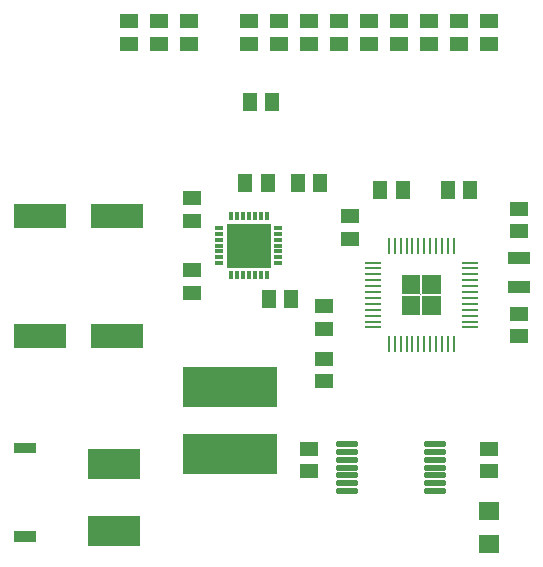
<source format=gbp>
G04*
G04 #@! TF.GenerationSoftware,Altium Limited,Altium Designer,19.1.8 (144)*
G04*
G04 Layer_Color=128*
%FSLAX25Y25*%
%MOIN*%
G70*
G01*
G75*
%ADD18R,0.05118X0.05906*%
%ADD19R,0.05906X0.05118*%
%ADD59R,0.07087X0.06299*%
%ADD60R,0.17717X0.09843*%
%ADD61R,0.31496X0.13780*%
%ADD62R,0.05800X0.01100*%
%ADD63R,0.01100X0.05800*%
G04:AMPARAMS|DCode=65|XSize=17.72mil|YSize=72.84mil|CornerRadius=1.95mil|HoleSize=0mil|Usage=FLASHONLY|Rotation=90.000|XOffset=0mil|YOffset=0mil|HoleType=Round|Shape=RoundedRectangle|*
%AMROUNDEDRECTD65*
21,1,0.01772,0.06894,0,0,90.0*
21,1,0.01382,0.07284,0,0,90.0*
1,1,0.00390,0.03447,0.00691*
1,1,0.00390,0.03447,-0.00691*
1,1,0.00390,-0.03447,-0.00691*
1,1,0.00390,-0.03447,0.00691*
%
%ADD65ROUNDEDRECTD65*%
%ADD66R,0.07480X0.04331*%
%ADD67R,0.17717X0.07874*%
%ADD68R,0.01181X0.03150*%
%ADD69R,0.03150X0.01181*%
%ADD70R,0.14961X0.14961*%
%ADD86R,0.00100X0.00100*%
G36*
X144006Y97919D02*
X137894D01*
Y104031D01*
X144006D01*
Y97919D01*
D02*
G37*
G36*
X137106D02*
X130994D01*
Y104031D01*
X137106D01*
Y97919D01*
D02*
G37*
G36*
X144006Y91019D02*
X137894D01*
Y97131D01*
X144006D01*
Y91019D01*
D02*
G37*
G36*
X137106D02*
X130994D01*
Y97131D01*
X137106D01*
Y91019D01*
D02*
G37*
G36*
X9209Y44774D02*
X1721D01*
Y48251D01*
X9209D01*
Y44774D01*
D02*
G37*
G36*
Y15345D02*
X1722D01*
Y18769D01*
X9209D01*
Y15345D01*
D02*
G37*
D18*
X86620Y96225D02*
D03*
X94100D02*
D03*
X80260Y162025D02*
D03*
X87740D02*
D03*
X86240Y135025D02*
D03*
X78760D02*
D03*
X96260D02*
D03*
X103740D02*
D03*
X131240Y132525D02*
D03*
X123760D02*
D03*
X153740D02*
D03*
X146260D02*
D03*
D19*
X120000Y188765D02*
D03*
Y181285D02*
D03*
X40000D02*
D03*
Y188765D02*
D03*
X160000D02*
D03*
Y181285D02*
D03*
X105000Y86285D02*
D03*
Y93765D02*
D03*
Y76265D02*
D03*
Y68785D02*
D03*
X113800Y116285D02*
D03*
Y123765D02*
D03*
X170000Y126265D02*
D03*
Y118785D02*
D03*
Y83785D02*
D03*
Y91265D02*
D03*
X160000Y46265D02*
D03*
Y38785D02*
D03*
X100000D02*
D03*
Y46265D02*
D03*
X61000Y98285D02*
D03*
Y105765D02*
D03*
Y129765D02*
D03*
Y122285D02*
D03*
X100000Y188765D02*
D03*
Y181285D02*
D03*
X150000Y188765D02*
D03*
Y181285D02*
D03*
X130000Y188765D02*
D03*
Y181285D02*
D03*
X110000D02*
D03*
Y188765D02*
D03*
X140000Y181285D02*
D03*
Y188765D02*
D03*
X90000Y181285D02*
D03*
Y188765D02*
D03*
X80000D02*
D03*
Y181285D02*
D03*
X50000Y188765D02*
D03*
Y181285D02*
D03*
X60000D02*
D03*
Y188765D02*
D03*
D59*
X160000Y25537D02*
D03*
Y14513D02*
D03*
D60*
X35000Y41142D02*
D03*
Y18898D02*
D03*
D61*
X73600Y66929D02*
D03*
Y44488D02*
D03*
D62*
X153700Y108352D02*
D03*
Y106383D02*
D03*
Y104415D02*
D03*
Y102446D02*
D03*
Y100478D02*
D03*
Y98509D02*
D03*
Y96541D02*
D03*
Y94572D02*
D03*
Y92604D02*
D03*
Y90635D02*
D03*
Y88667D02*
D03*
Y86698D02*
D03*
X121300D02*
D03*
Y88667D02*
D03*
Y90635D02*
D03*
Y92604D02*
D03*
Y94572D02*
D03*
Y96541D02*
D03*
Y98509D02*
D03*
Y100478D02*
D03*
Y102446D02*
D03*
Y104415D02*
D03*
Y106383D02*
D03*
Y108352D02*
D03*
D63*
X148327Y81325D02*
D03*
X146358D02*
D03*
X144390D02*
D03*
X142421D02*
D03*
X140453D02*
D03*
X138484D02*
D03*
X136516D02*
D03*
X134547D02*
D03*
X132579D02*
D03*
X130610D02*
D03*
X128642D02*
D03*
X126673D02*
D03*
Y113725D02*
D03*
X128642D02*
D03*
X130610D02*
D03*
X132579D02*
D03*
X134547D02*
D03*
X136516D02*
D03*
X138484D02*
D03*
X140453D02*
D03*
X142421D02*
D03*
X144390D02*
D03*
X146358D02*
D03*
X148327D02*
D03*
D65*
X142165Y47702D02*
D03*
Y45143D02*
D03*
Y42584D02*
D03*
Y40025D02*
D03*
Y37466D02*
D03*
Y34907D02*
D03*
Y32348D02*
D03*
X112835Y47702D02*
D03*
Y45143D02*
D03*
Y42584D02*
D03*
Y40025D02*
D03*
Y37466D02*
D03*
Y34907D02*
D03*
Y32348D02*
D03*
D66*
X170000Y109946D02*
D03*
Y100104D02*
D03*
D67*
X10236Y84025D02*
D03*
X35976D02*
D03*
X10236Y124025D02*
D03*
X35976D02*
D03*
D68*
X74094Y123867D02*
D03*
X76063D02*
D03*
X78031D02*
D03*
X80000D02*
D03*
X81968D02*
D03*
X83937D02*
D03*
X85905D02*
D03*
Y104183D02*
D03*
X83937D02*
D03*
X81968D02*
D03*
X80000D02*
D03*
X78031D02*
D03*
X76063D02*
D03*
X74094D02*
D03*
D69*
X89842Y119931D02*
D03*
Y117962D02*
D03*
Y115993D02*
D03*
Y114025D02*
D03*
Y112057D02*
D03*
Y110088D02*
D03*
Y108119D02*
D03*
X70157D02*
D03*
Y110088D02*
D03*
Y112057D02*
D03*
Y114025D02*
D03*
Y115993D02*
D03*
Y117962D02*
D03*
Y119931D02*
D03*
D70*
X80000Y114025D02*
D03*
D86*
X137500Y97525D02*
D03*
M02*

</source>
